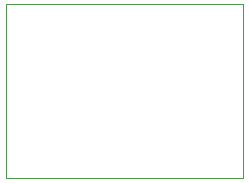
<source format=gbr>
G04 #@! TF.GenerationSoftware,KiCad,Pcbnew,(5.1.5-0-10_14)*
G04 #@! TF.CreationDate,2021-03-12T21:15:51+01:00*
G04 #@! TF.ProjectId,es_gateio,65735f67-6174-4656-996f-2e6b69636164,rev?*
G04 #@! TF.SameCoordinates,Original*
G04 #@! TF.FileFunction,Profile,NP*
%FSLAX46Y46*%
G04 Gerber Fmt 4.6, Leading zero omitted, Abs format (unit mm)*
G04 Created by KiCad (PCBNEW (5.1.5-0-10_14)) date 2021-03-12 21:15:51*
%MOMM*%
%LPD*%
G04 APERTURE LIST*
%ADD10C,0.050000*%
G04 APERTURE END LIST*
D10*
X116586000Y-55880000D02*
X96520000Y-55880000D01*
X116586000Y-70612000D02*
X116586000Y-55880000D01*
X96520000Y-70612000D02*
X116586000Y-70612000D01*
X96520000Y-55880000D02*
X96520000Y-70612000D01*
M02*

</source>
